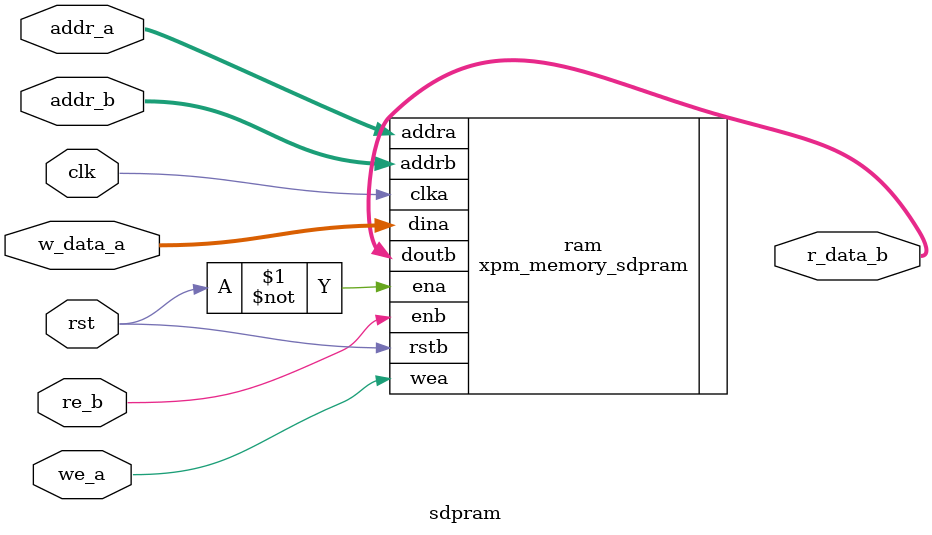
<source format=sv>
module sdpram #(
    parameter MemoryInitFile = "none",
    parameter MemoryPrimitive = "auto",
    parameter MemoryAddrCollision = "",
    parameter AddrBusWidth = 32,
    parameter DataBusWidth = 32,
    parameter MemSizeWords = 0
) (
    input  wire                    clk,
    input  wire                    rst,
    input  wire [AddrBusWidth-1:0] addr_a,
    input  wire                    we_a,
    input  wire [DataBusWidth-1:0] w_data_a,
    input  wire                    re_b,
    input  wire [AddrBusWidth-1:0] addr_b,
    output reg  [DataBusWidth-1:0] r_data_b
);

localparam MemSizeBits = (MemSizeWords*DataBusWidth/8);

`ifndef VERILATOR
xpm_memory_sdpram #(
    .ECC_MODE("no_ecc"),
    .CLOCKING_MODE("common_clock"),
    .MEMORY_PRIMITIVE(MemoryPrimitive),
    .USE_MEM_INIT(MemoryInitFile != "none"),
    .MEMORY_INIT_FILE(MemoryInitFile),
    .SIM_ASSERT_CHK(1),

    .ADDR_WIDTH_A(AddrBusWidth),
    .WRITE_DATA_WIDTH_A(DataBusWidth),
    .BYTE_WRITE_WIDTH_A(DataBusWidth),

    .ADDR_WIDTH_B(AddrBusWidth),
    .READ_DATA_WIDTH_B(DataBusWidth),
    .READ_LATENCY_B(1),
    .READ_RESET_VALUE_B("0"),
    .WRITE_MODE_B(MemoryAddrCollision == "yes" ? "write_first" : "read_first"),

    .WRITE_PROTECT(1),
    .MEMORY_SIZE(MemSizeBits)
) ram (
    .clka(clk),
    .ena(~rst),
    .wea(we_a),
    .addra(addr_a),
    .dina(w_data_a),

    .rstb(rst),
    .enb(re_b),
    .addrb(addr_b),
    .doutb(r_data_b)
);
`else
sdpram_generic #(
    .MemoryInitFile(MemoryInitFile),
    .AddrBusWidth(AddrBusWidth),
    .DataBusWidth(DataBusWidth),
    .MemSizeWords(MemSizeWords)
) ram (
    .clk(clk), .rst(rst),

    .addr_a(addr_a),
    .we_a(we_a), .w_data_a(w_data_a),

    .addr_b(addr_b),
    .re_b(re_b), .r_data_b(r_data_b)
);
`endif
endmodule

</source>
